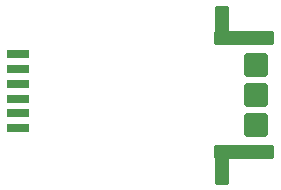
<source format=gbr>
G04*
G04 #@! TF.GenerationSoftware,Altium Limited,Altium Designer,24.7.2 (38)*
G04*
G04 Layer_Color=128*
%FSLAX25Y25*%
%MOIN*%
G70*
G04*
G04 #@! TF.SameCoordinates,0AE953C0-7C88-47E9-B79E-664DAA7B62C1*
G04*
G04*
G04 #@! TF.FilePolarity,Positive*
G04*
G01*
G75*
G04:AMPARAMS|DCode=32|XSize=196.85mil|YSize=47.24mil|CornerRadius=3.54mil|HoleSize=0mil|Usage=FLASHONLY|Rotation=0.000|XOffset=0mil|YOffset=0mil|HoleType=Round|Shape=RoundedRectangle|*
%AMROUNDEDRECTD32*
21,1,0.19685,0.04016,0,0,0.0*
21,1,0.18976,0.04724,0,0,0.0*
1,1,0.00709,0.09488,-0.02008*
1,1,0.00709,-0.09488,-0.02008*
1,1,0.00709,-0.09488,0.02008*
1,1,0.00709,0.09488,0.02008*
%
%ADD32ROUNDEDRECTD32*%
G04:AMPARAMS|DCode=33|XSize=78.74mil|YSize=78.74mil|CornerRadius=5.91mil|HoleSize=0mil|Usage=FLASHONLY|Rotation=0.000|XOffset=0mil|YOffset=0mil|HoleType=Round|Shape=RoundedRectangle|*
%AMROUNDEDRECTD33*
21,1,0.07874,0.06693,0,0,0.0*
21,1,0.06693,0.07874,0,0,0.0*
1,1,0.01181,0.03347,-0.03347*
1,1,0.01181,-0.03347,-0.03347*
1,1,0.01181,-0.03347,0.03347*
1,1,0.01181,0.03347,0.03347*
%
%ADD33ROUNDEDRECTD33*%
G04:AMPARAMS|DCode=34|XSize=98.43mil|YSize=47.24mil|CornerRadius=3.54mil|HoleSize=0mil|Usage=FLASHONLY|Rotation=90.000|XOffset=0mil|YOffset=0mil|HoleType=Round|Shape=RoundedRectangle|*
%AMROUNDEDRECTD34*
21,1,0.09843,0.04016,0,0,90.0*
21,1,0.09134,0.04724,0,0,90.0*
1,1,0.00709,0.02008,0.04567*
1,1,0.00709,0.02008,-0.04567*
1,1,0.00709,-0.02008,-0.04567*
1,1,0.00709,-0.02008,0.04567*
%
%ADD34ROUNDEDRECTD34*%
G04:AMPARAMS|DCode=69|XSize=26mil|YSize=71mil|CornerRadius=1.3mil|HoleSize=0mil|Usage=FLASHONLY|Rotation=90.000|XOffset=0mil|YOffset=0mil|HoleType=Round|Shape=RoundedRectangle|*
%AMROUNDEDRECTD69*
21,1,0.02600,0.06840,0,0,90.0*
21,1,0.02340,0.07100,0,0,90.0*
1,1,0.00260,0.03420,0.01170*
1,1,0.00260,0.03420,-0.01170*
1,1,0.00260,-0.03420,-0.01170*
1,1,0.00260,-0.03420,0.01170*
%
%ADD69ROUNDEDRECTD69*%
D32*
X226378Y117323D02*
D03*
Y79528D02*
D03*
D33*
X230315Y108425D02*
D03*
Y98425D02*
D03*
Y88425D02*
D03*
D34*
X218898Y123228D02*
D03*
Y73622D02*
D03*
D69*
X150984Y87402D02*
D03*
Y92323D02*
D03*
Y97244D02*
D03*
Y102165D02*
D03*
Y107087D02*
D03*
Y112008D02*
D03*
M02*

</source>
